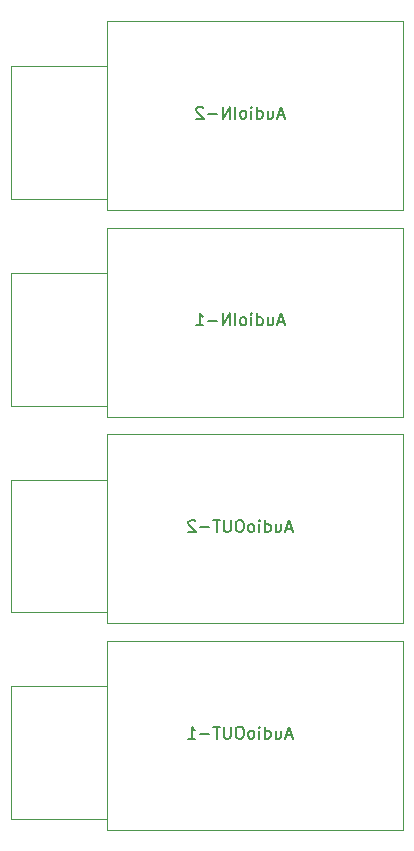
<source format=gbr>
G04 #@! TF.GenerationSoftware,KiCad,Pcbnew,5.0.2-5.fc29*
G04 #@! TF.CreationDate,2021-07-15T17:32:54+02:00*
G04 #@! TF.ProjectId,ZynAudioCon,5a796e41-7564-4696-9f43-6f6e2e6b6963,rev?*
G04 #@! TF.SameCoordinates,Original*
G04 #@! TF.FileFunction,Legend,Bot*
G04 #@! TF.FilePolarity,Positive*
%FSLAX46Y46*%
G04 Gerber Fmt 4.6, Leading zero omitted, Abs format (unit mm)*
G04 Created by KiCad (PCBNEW 5.0.2-5.fc29) date jue 15 jul 2021 17:32:54 CEST*
%MOMM*%
%LPD*%
G01*
G04 APERTURE LIST*
%ADD10C,0.120000*%
%ADD11C,0.150000*%
G04 APERTURE END LIST*
D10*
G04 #@! TO.C,AudioIN-1*
X81130000Y-71680000D02*
X56090000Y-71680000D01*
X56090000Y-71680000D02*
X56090000Y-87670000D01*
X47890000Y-75500000D02*
X56090000Y-75500000D01*
X47890000Y-86740000D02*
X47890000Y-75500000D01*
X47890000Y-86740000D02*
X56090000Y-86740000D01*
X81130000Y-87670000D02*
X81130000Y-71680000D01*
X81130000Y-87670000D02*
X56090000Y-87670000D01*
G04 #@! TO.C,AudioIN-2*
X81130000Y-70170000D02*
X56090000Y-70170000D01*
X81130000Y-70170000D02*
X81130000Y-54180000D01*
X47890000Y-69240000D02*
X56090000Y-69240000D01*
X47890000Y-69240000D02*
X47890000Y-58000000D01*
X47890000Y-58000000D02*
X56090000Y-58000000D01*
X56090000Y-54180000D02*
X56090000Y-70170000D01*
X81130000Y-54180000D02*
X56090000Y-54180000D01*
G04 #@! TO.C,AudioOUT-1*
X81130000Y-122670000D02*
X56090000Y-122670000D01*
X81130000Y-122670000D02*
X81130000Y-106680000D01*
X47890000Y-121740000D02*
X56090000Y-121740000D01*
X47890000Y-121740000D02*
X47890000Y-110500000D01*
X47890000Y-110500000D02*
X56090000Y-110500000D01*
X56090000Y-106680000D02*
X56090000Y-122670000D01*
X81130000Y-106680000D02*
X56090000Y-106680000D01*
G04 #@! TO.C,AudioOUT-2*
X81130000Y-105170000D02*
X56090000Y-105170000D01*
X81130000Y-105170000D02*
X81130000Y-89180000D01*
X47890000Y-104240000D02*
X56090000Y-104240000D01*
X47890000Y-104240000D02*
X47890000Y-93000000D01*
X47890000Y-93000000D02*
X56090000Y-93000000D01*
X56090000Y-89180000D02*
X56090000Y-105170000D01*
X81130000Y-89180000D02*
X56090000Y-89180000D01*
G04 #@! TO.C,AudioIN-1*
D11*
X71000476Y-79644666D02*
X70524285Y-79644666D01*
X71095714Y-79930380D02*
X70762380Y-78930380D01*
X70429047Y-79930380D01*
X69667142Y-79263714D02*
X69667142Y-79930380D01*
X70095714Y-79263714D02*
X70095714Y-79787523D01*
X70048095Y-79882761D01*
X69952857Y-79930380D01*
X69810000Y-79930380D01*
X69714761Y-79882761D01*
X69667142Y-79835142D01*
X68762380Y-79930380D02*
X68762380Y-78930380D01*
X68762380Y-79882761D02*
X68857619Y-79930380D01*
X69048095Y-79930380D01*
X69143333Y-79882761D01*
X69190952Y-79835142D01*
X69238571Y-79739904D01*
X69238571Y-79454190D01*
X69190952Y-79358952D01*
X69143333Y-79311333D01*
X69048095Y-79263714D01*
X68857619Y-79263714D01*
X68762380Y-79311333D01*
X68286190Y-79930380D02*
X68286190Y-79263714D01*
X68286190Y-78930380D02*
X68333809Y-78978000D01*
X68286190Y-79025619D01*
X68238571Y-78978000D01*
X68286190Y-78930380D01*
X68286190Y-79025619D01*
X67667142Y-79930380D02*
X67762380Y-79882761D01*
X67810000Y-79835142D01*
X67857619Y-79739904D01*
X67857619Y-79454190D01*
X67810000Y-79358952D01*
X67762380Y-79311333D01*
X67667142Y-79263714D01*
X67524285Y-79263714D01*
X67429047Y-79311333D01*
X67381428Y-79358952D01*
X67333809Y-79454190D01*
X67333809Y-79739904D01*
X67381428Y-79835142D01*
X67429047Y-79882761D01*
X67524285Y-79930380D01*
X67667142Y-79930380D01*
X66905238Y-79930380D02*
X66905238Y-78930380D01*
X66429047Y-79930380D02*
X66429047Y-78930380D01*
X65857619Y-79930380D01*
X65857619Y-78930380D01*
X65381428Y-79549428D02*
X64619523Y-79549428D01*
X63619523Y-79930380D02*
X64190952Y-79930380D01*
X63905238Y-79930380D02*
X63905238Y-78930380D01*
X64000476Y-79073238D01*
X64095714Y-79168476D01*
X64190952Y-79216095D01*
G04 #@! TO.C,AudioIN-2*
X71000476Y-62144666D02*
X70524285Y-62144666D01*
X71095714Y-62430380D02*
X70762380Y-61430380D01*
X70429047Y-62430380D01*
X69667142Y-61763714D02*
X69667142Y-62430380D01*
X70095714Y-61763714D02*
X70095714Y-62287523D01*
X70048095Y-62382761D01*
X69952857Y-62430380D01*
X69810000Y-62430380D01*
X69714761Y-62382761D01*
X69667142Y-62335142D01*
X68762380Y-62430380D02*
X68762380Y-61430380D01*
X68762380Y-62382761D02*
X68857619Y-62430380D01*
X69048095Y-62430380D01*
X69143333Y-62382761D01*
X69190952Y-62335142D01*
X69238571Y-62239904D01*
X69238571Y-61954190D01*
X69190952Y-61858952D01*
X69143333Y-61811333D01*
X69048095Y-61763714D01*
X68857619Y-61763714D01*
X68762380Y-61811333D01*
X68286190Y-62430380D02*
X68286190Y-61763714D01*
X68286190Y-61430380D02*
X68333809Y-61478000D01*
X68286190Y-61525619D01*
X68238571Y-61478000D01*
X68286190Y-61430380D01*
X68286190Y-61525619D01*
X67667142Y-62430380D02*
X67762380Y-62382761D01*
X67810000Y-62335142D01*
X67857619Y-62239904D01*
X67857619Y-61954190D01*
X67810000Y-61858952D01*
X67762380Y-61811333D01*
X67667142Y-61763714D01*
X67524285Y-61763714D01*
X67429047Y-61811333D01*
X67381428Y-61858952D01*
X67333809Y-61954190D01*
X67333809Y-62239904D01*
X67381428Y-62335142D01*
X67429047Y-62382761D01*
X67524285Y-62430380D01*
X67667142Y-62430380D01*
X66905238Y-62430380D02*
X66905238Y-61430380D01*
X66429047Y-62430380D02*
X66429047Y-61430380D01*
X65857619Y-62430380D01*
X65857619Y-61430380D01*
X65381428Y-62049428D02*
X64619523Y-62049428D01*
X64190952Y-61525619D02*
X64143333Y-61478000D01*
X64048095Y-61430380D01*
X63810000Y-61430380D01*
X63714761Y-61478000D01*
X63667142Y-61525619D01*
X63619523Y-61620857D01*
X63619523Y-61716095D01*
X63667142Y-61858952D01*
X64238571Y-62430380D01*
X63619523Y-62430380D01*
G04 #@! TO.C,AudioOUT-1*
X71667142Y-114644666D02*
X71190952Y-114644666D01*
X71762380Y-114930380D02*
X71429047Y-113930380D01*
X71095714Y-114930380D01*
X70333809Y-114263714D02*
X70333809Y-114930380D01*
X70762380Y-114263714D02*
X70762380Y-114787523D01*
X70714761Y-114882761D01*
X70619523Y-114930380D01*
X70476666Y-114930380D01*
X70381428Y-114882761D01*
X70333809Y-114835142D01*
X69429047Y-114930380D02*
X69429047Y-113930380D01*
X69429047Y-114882761D02*
X69524285Y-114930380D01*
X69714761Y-114930380D01*
X69810000Y-114882761D01*
X69857619Y-114835142D01*
X69905238Y-114739904D01*
X69905238Y-114454190D01*
X69857619Y-114358952D01*
X69810000Y-114311333D01*
X69714761Y-114263714D01*
X69524285Y-114263714D01*
X69429047Y-114311333D01*
X68952857Y-114930380D02*
X68952857Y-114263714D01*
X68952857Y-113930380D02*
X69000476Y-113978000D01*
X68952857Y-114025619D01*
X68905238Y-113978000D01*
X68952857Y-113930380D01*
X68952857Y-114025619D01*
X68333809Y-114930380D02*
X68429047Y-114882761D01*
X68476666Y-114835142D01*
X68524285Y-114739904D01*
X68524285Y-114454190D01*
X68476666Y-114358952D01*
X68429047Y-114311333D01*
X68333809Y-114263714D01*
X68190952Y-114263714D01*
X68095714Y-114311333D01*
X68048095Y-114358952D01*
X68000476Y-114454190D01*
X68000476Y-114739904D01*
X68048095Y-114835142D01*
X68095714Y-114882761D01*
X68190952Y-114930380D01*
X68333809Y-114930380D01*
X67381428Y-113930380D02*
X67190952Y-113930380D01*
X67095714Y-113978000D01*
X67000476Y-114073238D01*
X66952857Y-114263714D01*
X66952857Y-114597047D01*
X67000476Y-114787523D01*
X67095714Y-114882761D01*
X67190952Y-114930380D01*
X67381428Y-114930380D01*
X67476666Y-114882761D01*
X67571904Y-114787523D01*
X67619523Y-114597047D01*
X67619523Y-114263714D01*
X67571904Y-114073238D01*
X67476666Y-113978000D01*
X67381428Y-113930380D01*
X66524285Y-113930380D02*
X66524285Y-114739904D01*
X66476666Y-114835142D01*
X66429047Y-114882761D01*
X66333809Y-114930380D01*
X66143333Y-114930380D01*
X66048095Y-114882761D01*
X66000476Y-114835142D01*
X65952857Y-114739904D01*
X65952857Y-113930380D01*
X65619523Y-113930380D02*
X65048095Y-113930380D01*
X65333809Y-114930380D02*
X65333809Y-113930380D01*
X64714761Y-114549428D02*
X63952857Y-114549428D01*
X62952857Y-114930380D02*
X63524285Y-114930380D01*
X63238571Y-114930380D02*
X63238571Y-113930380D01*
X63333809Y-114073238D01*
X63429047Y-114168476D01*
X63524285Y-114216095D01*
G04 #@! TO.C,AudioOUT-2*
X71667142Y-97144666D02*
X71190952Y-97144666D01*
X71762380Y-97430380D02*
X71429047Y-96430380D01*
X71095714Y-97430380D01*
X70333809Y-96763714D02*
X70333809Y-97430380D01*
X70762380Y-96763714D02*
X70762380Y-97287523D01*
X70714761Y-97382761D01*
X70619523Y-97430380D01*
X70476666Y-97430380D01*
X70381428Y-97382761D01*
X70333809Y-97335142D01*
X69429047Y-97430380D02*
X69429047Y-96430380D01*
X69429047Y-97382761D02*
X69524285Y-97430380D01*
X69714761Y-97430380D01*
X69810000Y-97382761D01*
X69857619Y-97335142D01*
X69905238Y-97239904D01*
X69905238Y-96954190D01*
X69857619Y-96858952D01*
X69810000Y-96811333D01*
X69714761Y-96763714D01*
X69524285Y-96763714D01*
X69429047Y-96811333D01*
X68952857Y-97430380D02*
X68952857Y-96763714D01*
X68952857Y-96430380D02*
X69000476Y-96478000D01*
X68952857Y-96525619D01*
X68905238Y-96478000D01*
X68952857Y-96430380D01*
X68952857Y-96525619D01*
X68333809Y-97430380D02*
X68429047Y-97382761D01*
X68476666Y-97335142D01*
X68524285Y-97239904D01*
X68524285Y-96954190D01*
X68476666Y-96858952D01*
X68429047Y-96811333D01*
X68333809Y-96763714D01*
X68190952Y-96763714D01*
X68095714Y-96811333D01*
X68048095Y-96858952D01*
X68000476Y-96954190D01*
X68000476Y-97239904D01*
X68048095Y-97335142D01*
X68095714Y-97382761D01*
X68190952Y-97430380D01*
X68333809Y-97430380D01*
X67381428Y-96430380D02*
X67190952Y-96430380D01*
X67095714Y-96478000D01*
X67000476Y-96573238D01*
X66952857Y-96763714D01*
X66952857Y-97097047D01*
X67000476Y-97287523D01*
X67095714Y-97382761D01*
X67190952Y-97430380D01*
X67381428Y-97430380D01*
X67476666Y-97382761D01*
X67571904Y-97287523D01*
X67619523Y-97097047D01*
X67619523Y-96763714D01*
X67571904Y-96573238D01*
X67476666Y-96478000D01*
X67381428Y-96430380D01*
X66524285Y-96430380D02*
X66524285Y-97239904D01*
X66476666Y-97335142D01*
X66429047Y-97382761D01*
X66333809Y-97430380D01*
X66143333Y-97430380D01*
X66048095Y-97382761D01*
X66000476Y-97335142D01*
X65952857Y-97239904D01*
X65952857Y-96430380D01*
X65619523Y-96430380D02*
X65048095Y-96430380D01*
X65333809Y-97430380D02*
X65333809Y-96430380D01*
X64714761Y-97049428D02*
X63952857Y-97049428D01*
X63524285Y-96525619D02*
X63476666Y-96478000D01*
X63381428Y-96430380D01*
X63143333Y-96430380D01*
X63048095Y-96478000D01*
X63000476Y-96525619D01*
X62952857Y-96620857D01*
X62952857Y-96716095D01*
X63000476Y-96858952D01*
X63571904Y-97430380D01*
X62952857Y-97430380D01*
G04 #@! TD*
M02*

</source>
